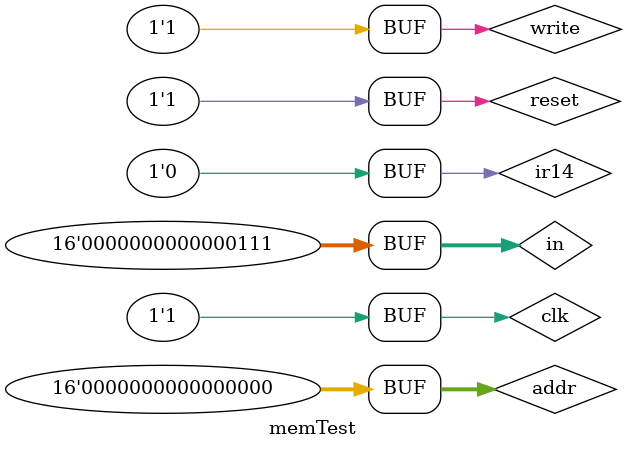
<source format=v>
module memTest();

    reg [15:0] in;
    reg [15:0] addr;
    reg write;
    reg clk;
    reg ir14;
    reg reset;
    wire [15:0] out;
    wire [15:0] outir;

    mem16 mem(.reset(reset),
            .address(addr),
            .write(write),
            .clk(clk),
            .in(in),
            .out(out),
            .ir14(ir14),
            .outir(outir));

    initial begin 
        $dumpfile("memTest.vcd");
        $dumpvars(0);
        clk = 1;
        write = 0;
        ir14 = 0;
        reset = 0;
        in = 16'b111;
        addr = 16'b0;
        #5
        reset = 1;
    end

    always begin
        #5
        write = 0;
        #5 
        clk = 0;
        #5
        write = 1;
        #5
        clk = 1;

    end

endmodule
</source>
